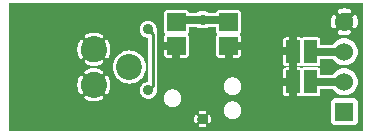
<source format=gbl>
G04 start of page 3 for group 1 idx 2 *
G04 Title: wearlink, bottom *
G04 Creator: pcb 1.99z *
G04 CreationDate: Sat Feb 23 13:18:20 2013 UTC *
G04 For: dijkstra *
G04 Format: Gerber/RS-274X *
G04 PCB-Dimensions (mil): 1326.38 433.46 *
G04 PCB-Coordinate-Origin: lower left *
%MOIN*%
%FSLAX25Y25*%
%LNBOTTOM*%
%ADD96C,0.0787*%
%ADD95C,0.0390*%
%ADD94C,0.0380*%
%ADD93C,0.0413*%
%ADD92C,0.0394*%
%ADD91C,0.0200*%
%ADD90C,0.0360*%
%ADD89R,0.0590X0.0590*%
%ADD88R,0.0460X0.0460*%
%ADD87C,0.0600*%
%ADD86C,0.0866*%
%ADD85C,0.0100*%
%ADD84C,0.0250*%
%ADD83C,0.0001*%
G54D83*G36*
X118406Y512D02*X115719D01*
Y2481D01*
X115789Y2510D01*
X115991Y2633D01*
X116170Y2786D01*
X116324Y2966D01*
X116447Y3167D01*
X116537Y3385D01*
X116592Y3615D01*
X116606Y3850D01*
X116592Y10086D01*
X116537Y10315D01*
X116447Y10533D01*
X116324Y10735D01*
X116170Y10914D01*
X115991Y11068D01*
X115789Y11191D01*
X115719Y11220D01*
Y14152D01*
X115758Y14197D01*
X116128Y14801D01*
X116399Y15456D01*
X116565Y16144D01*
X116606Y16850D01*
X116565Y17557D01*
X116399Y18245D01*
X116128Y18900D01*
X115758Y19504D01*
X115719Y19549D01*
Y24152D01*
X115758Y24197D01*
X116128Y24801D01*
X116399Y25456D01*
X116565Y26144D01*
X116606Y26850D01*
X116565Y27557D01*
X116399Y28245D01*
X116128Y28900D01*
X115758Y29504D01*
X115719Y29549D01*
Y34703D01*
X115762Y34710D01*
X115874Y34748D01*
X115979Y34802D01*
X116074Y34872D01*
X116157Y34956D01*
X116226Y35052D01*
X116276Y35159D01*
X116425Y35566D01*
X116528Y35988D01*
X116591Y36417D01*
X116612Y36850D01*
X116591Y37284D01*
X116528Y37713D01*
X116425Y38135D01*
X116281Y38544D01*
X116229Y38650D01*
X116160Y38747D01*
X116076Y38831D01*
X115981Y38902D01*
X115876Y38956D01*
X115763Y38994D01*
X115719Y39001D01*
Y43031D01*
X118406D01*
Y512D01*
G37*
G36*
X115719Y29549D02*X115298Y30042D01*
X114759Y30502D01*
X114156Y30872D01*
X113501Y31143D01*
X112812Y31309D01*
X112106Y31364D01*
Y32345D01*
X112540Y32366D01*
X112969Y32429D01*
X113390Y32532D01*
X113800Y32676D01*
X113906Y32728D01*
X114003Y32797D01*
X114087Y32880D01*
X114158Y32976D01*
X114212Y33081D01*
X114250Y33194D01*
X114269Y33311D01*
X114270Y33429D01*
X114252Y33547D01*
X114216Y33660D01*
X114163Y33766D01*
X114094Y33862D01*
X114011Y33947D01*
X113916Y34017D01*
X113810Y34072D01*
X113698Y34109D01*
X113581Y34128D01*
X113462Y34129D01*
X113345Y34112D01*
X113233Y34074D01*
X112961Y33975D01*
X112681Y33906D01*
X112395Y33864D01*
X112106Y33850D01*
Y39850D01*
X112395Y39836D01*
X112681Y39795D01*
X112961Y39726D01*
X113234Y39630D01*
X113346Y39593D01*
X113462Y39575D01*
X113581Y39576D01*
X113697Y39595D01*
X113809Y39632D01*
X113914Y39687D01*
X114009Y39757D01*
X114092Y39841D01*
X114160Y39937D01*
X114213Y40043D01*
X114249Y40155D01*
X114266Y40272D01*
X114266Y40390D01*
X114246Y40506D01*
X114209Y40618D01*
X114155Y40723D01*
X114085Y40818D01*
X114000Y40901D01*
X113904Y40970D01*
X113798Y41020D01*
X113390Y41169D01*
X112969Y41272D01*
X112540Y41335D01*
X112106Y41356D01*
Y43031D01*
X115719D01*
Y39001D01*
X115646Y39013D01*
X115527Y39014D01*
X115410Y38996D01*
X115297Y38960D01*
X115191Y38907D01*
X115095Y38838D01*
X115010Y38755D01*
X114940Y38660D01*
X114885Y38554D01*
X114848Y38442D01*
X114828Y38325D01*
X114827Y38206D01*
X114845Y38089D01*
X114883Y37977D01*
X114982Y37706D01*
X115051Y37425D01*
X115092Y37139D01*
X115106Y36850D01*
X115092Y36562D01*
X115051Y36276D01*
X114982Y35995D01*
X114886Y35723D01*
X114848Y35611D01*
X114831Y35494D01*
X114832Y35376D01*
X114851Y35260D01*
X114888Y35148D01*
X114943Y35043D01*
X115013Y34948D01*
X115097Y34865D01*
X115193Y34796D01*
X115298Y34744D01*
X115411Y34708D01*
X115528Y34690D01*
X115646Y34691D01*
X115719Y34703D01*
Y29549D01*
G37*
G36*
Y19549D02*X115298Y20042D01*
X114759Y20502D01*
X114156Y20872D01*
X113501Y21143D01*
X112812Y21309D01*
X112106Y21364D01*
Y22337D01*
X112812Y22392D01*
X113501Y22557D01*
X114156Y22828D01*
X114759Y23199D01*
X115298Y23659D01*
X115719Y24152D01*
Y19549D01*
G37*
G36*
Y11220D02*X115571Y11281D01*
X115342Y11336D01*
X115106Y11350D01*
X112106Y11344D01*
Y12337D01*
X112812Y12392D01*
X113501Y12557D01*
X114156Y12828D01*
X114759Y13199D01*
X115298Y13659D01*
X115719Y14152D01*
Y11220D01*
G37*
G36*
Y512D02*X112106D01*
Y2357D01*
X115342Y2364D01*
X115571Y2419D01*
X115719Y2481D01*
Y512D01*
G37*
G36*
X112106Y31364D02*X111400Y31309D01*
X110711Y31143D01*
X110057Y30872D01*
X109453Y30502D01*
X108915Y30042D01*
X108493Y29549D01*
Y34700D01*
X108567Y34688D01*
X108685Y34687D01*
X108802Y34704D01*
X108915Y34740D01*
X109022Y34793D01*
X109118Y34862D01*
X109202Y34946D01*
X109273Y35041D01*
X109328Y35146D01*
X109365Y35259D01*
X109384Y35376D01*
X109385Y35494D01*
X109368Y35612D01*
X109330Y35724D01*
X109231Y35995D01*
X109162Y36276D01*
X109120Y36562D01*
X109106Y36850D01*
X109120Y37139D01*
X109162Y37425D01*
X109231Y37706D01*
X109326Y37978D01*
X109364Y38090D01*
X109382Y38207D01*
X109381Y38325D01*
X109362Y38441D01*
X109324Y38553D01*
X109270Y38658D01*
X109200Y38753D01*
X109116Y38836D01*
X109020Y38904D01*
X108914Y38957D01*
X108802Y38993D01*
X108685Y39011D01*
X108567Y39010D01*
X108493Y38997D01*
Y43031D01*
X112106D01*
Y41356D01*
X111673Y41335D01*
X111244Y41272D01*
X110822Y41169D01*
X110413Y41025D01*
X110306Y40973D01*
X110210Y40904D01*
X110125Y40820D01*
X110055Y40725D01*
X110000Y40620D01*
X109963Y40507D01*
X109944Y40390D01*
X109943Y40272D01*
X109960Y40154D01*
X109996Y40041D01*
X110049Y39935D01*
X110118Y39839D01*
X110202Y39754D01*
X110297Y39684D01*
X110402Y39629D01*
X110515Y39592D01*
X110632Y39572D01*
X110750Y39571D01*
X110868Y39589D01*
X110980Y39627D01*
X111251Y39726D01*
X111532Y39795D01*
X111818Y39836D01*
X112106Y39850D01*
Y33850D01*
X111818Y33864D01*
X111532Y33906D01*
X111251Y33975D01*
X110979Y34070D01*
X110867Y34108D01*
X110750Y34126D01*
X110632Y34125D01*
X110516Y34106D01*
X110404Y34068D01*
X110299Y34014D01*
X110204Y33944D01*
X110121Y33860D01*
X110052Y33764D01*
X109999Y33658D01*
X109964Y33546D01*
X109946Y33429D01*
X109947Y33311D01*
X109966Y33195D01*
X110004Y33082D01*
X110058Y32978D01*
X110128Y32883D01*
X110212Y32800D01*
X110308Y32731D01*
X110415Y32680D01*
X110822Y32532D01*
X111244Y32429D01*
X111673Y32366D01*
X112106Y32345D01*
Y31364D01*
G37*
G36*
X108493Y29549D02*X108454Y29504D01*
X108207Y29100D01*
X104126D01*
X104124Y30807D01*
X104099Y30910D01*
Y43031D01*
X108493D01*
Y38997D01*
X108450Y38990D01*
X108338Y38953D01*
X108234Y38899D01*
X108139Y38829D01*
X108056Y38745D01*
X107987Y38649D01*
X107936Y38542D01*
X107788Y38135D01*
X107684Y37713D01*
X107622Y37284D01*
X107601Y36850D01*
X107622Y36417D01*
X107684Y35988D01*
X107788Y35566D01*
X107932Y35157D01*
X107984Y35050D01*
X108053Y34954D01*
X108136Y34870D01*
X108232Y34799D01*
X108337Y34745D01*
X108450Y34707D01*
X108493Y34700D01*
Y29549D01*
G37*
G36*
X112106Y21364D02*X111400Y21309D01*
X110711Y21143D01*
X110057Y20872D01*
X109453Y20502D01*
X108915Y20042D01*
X108454Y19504D01*
X108207Y19100D01*
X104126D01*
X104124Y20807D01*
X104099Y20910D01*
Y22791D01*
X104124Y22893D01*
X104133Y23050D01*
X104131Y24600D01*
X108207D01*
X108454Y24197D01*
X108915Y23659D01*
X109453Y23199D01*
X110057Y22828D01*
X110711Y22557D01*
X111400Y22392D01*
X112106Y22337D01*
Y21364D01*
G37*
G36*
Y512D02*X104099D01*
Y12791D01*
X104124Y12893D01*
X104133Y13050D01*
X104131Y14600D01*
X108207D01*
X108454Y14197D01*
X108915Y13659D01*
X109453Y13199D01*
X110057Y12828D01*
X110711Y12557D01*
X111400Y12392D01*
X112106Y12337D01*
Y11344D01*
X108871Y11336D01*
X108641Y11281D01*
X108423Y11191D01*
X108222Y11068D01*
X108042Y10914D01*
X107889Y10735D01*
X107766Y10533D01*
X107675Y10315D01*
X107620Y10086D01*
X107606Y9850D01*
X107620Y3615D01*
X107675Y3385D01*
X107766Y3167D01*
X107889Y2966D01*
X108042Y2786D01*
X108222Y2633D01*
X108423Y2510D01*
X108641Y2419D01*
X108871Y2364D01*
X109106Y2350D01*
X112106Y2357D01*
Y512D01*
G37*
G36*
X118406Y43031D02*Y512D01*
X115719D01*
Y2481D01*
X115789Y2510D01*
X115991Y2633D01*
X116170Y2786D01*
X116324Y2966D01*
X116447Y3167D01*
X116537Y3385D01*
X116592Y3615D01*
X116606Y3850D01*
X116592Y10086D01*
X116537Y10315D01*
X116447Y10533D01*
X116324Y10735D01*
X116170Y10914D01*
X115991Y11068D01*
X115789Y11191D01*
X115719Y11220D01*
Y14152D01*
X115758Y14197D01*
X116128Y14801D01*
X116399Y15456D01*
X116565Y16144D01*
X116606Y16850D01*
X116565Y17557D01*
X116399Y18245D01*
X116128Y18900D01*
X115758Y19504D01*
X115719Y19549D01*
Y24152D01*
X115758Y24197D01*
X116128Y24801D01*
X116399Y25456D01*
X116565Y26144D01*
X116606Y26850D01*
X116565Y27557D01*
X116399Y28245D01*
X116128Y28900D01*
X115758Y29504D01*
X115719Y29549D01*
Y34703D01*
X115762Y34710D01*
X115874Y34748D01*
X115979Y34802D01*
X116074Y34872D01*
X116157Y34956D01*
X116226Y35052D01*
X116276Y35159D01*
X116425Y35566D01*
X116528Y35988D01*
X116591Y36417D01*
X116612Y36850D01*
X116591Y37284D01*
X116528Y37713D01*
X116425Y38135D01*
X116281Y38544D01*
X116229Y38650D01*
X116160Y38747D01*
X116076Y38831D01*
X115981Y38902D01*
X115876Y38956D01*
X115763Y38994D01*
X115719Y39001D01*
Y43031D01*
X118406D01*
G37*
G36*
X115719Y29549D02*X115298Y30042D01*
X114759Y30502D01*
X114156Y30872D01*
X113501Y31143D01*
X112812Y31309D01*
X112106Y31364D01*
Y32345D01*
X112540Y32366D01*
X112969Y32429D01*
X113390Y32532D01*
X113800Y32676D01*
X113906Y32728D01*
X114003Y32797D01*
X114087Y32880D01*
X114158Y32976D01*
X114212Y33081D01*
X114250Y33194D01*
X114269Y33311D01*
X114270Y33429D01*
X114252Y33547D01*
X114216Y33660D01*
X114163Y33766D01*
X114094Y33862D01*
X114011Y33947D01*
X113916Y34017D01*
X113810Y34072D01*
X113698Y34109D01*
X113581Y34128D01*
X113462Y34129D01*
X113345Y34112D01*
X113233Y34074D01*
X112961Y33975D01*
X112681Y33906D01*
X112395Y33864D01*
X112106Y33850D01*
Y39850D01*
X112395Y39836D01*
X112681Y39795D01*
X112961Y39726D01*
X113234Y39630D01*
X113346Y39593D01*
X113462Y39575D01*
X113581Y39576D01*
X113697Y39595D01*
X113809Y39632D01*
X113914Y39687D01*
X114009Y39757D01*
X114092Y39841D01*
X114160Y39937D01*
X114213Y40043D01*
X114249Y40155D01*
X114266Y40272D01*
X114266Y40390D01*
X114246Y40506D01*
X114209Y40618D01*
X114155Y40723D01*
X114085Y40818D01*
X114000Y40901D01*
X113904Y40970D01*
X113798Y41020D01*
X113390Y41169D01*
X112969Y41272D01*
X112540Y41335D01*
X112106Y41356D01*
Y43031D01*
X115719D01*
Y39001D01*
X115646Y39013D01*
X115527Y39014D01*
X115410Y38996D01*
X115297Y38960D01*
X115191Y38907D01*
X115095Y38838D01*
X115010Y38755D01*
X114940Y38660D01*
X114885Y38554D01*
X114848Y38442D01*
X114828Y38325D01*
X114827Y38206D01*
X114845Y38089D01*
X114883Y37977D01*
X114982Y37706D01*
X115051Y37425D01*
X115092Y37139D01*
X115106Y36850D01*
X115092Y36562D01*
X115051Y36276D01*
X114982Y35995D01*
X114886Y35723D01*
X114848Y35611D01*
X114831Y35494D01*
X114832Y35376D01*
X114851Y35260D01*
X114888Y35148D01*
X114943Y35043D01*
X115013Y34948D01*
X115097Y34865D01*
X115193Y34796D01*
X115298Y34744D01*
X115411Y34708D01*
X115528Y34690D01*
X115646Y34691D01*
X115719Y34703D01*
Y29549D01*
G37*
G36*
Y19549D02*X115298Y20042D01*
X114759Y20502D01*
X114156Y20872D01*
X113501Y21143D01*
X112812Y21309D01*
X112106Y21364D01*
Y22337D01*
X112812Y22392D01*
X113501Y22557D01*
X114156Y22828D01*
X114759Y23199D01*
X115298Y23659D01*
X115719Y24152D01*
Y19549D01*
G37*
G36*
Y11220D02*X115571Y11281D01*
X115342Y11336D01*
X115106Y11350D01*
X112106Y11344D01*
Y12337D01*
X112812Y12392D01*
X113501Y12557D01*
X114156Y12828D01*
X114759Y13199D01*
X115298Y13659D01*
X115719Y14152D01*
Y11220D01*
G37*
G36*
Y512D02*X112106D01*
Y2357D01*
X115342Y2364D01*
X115571Y2419D01*
X115719Y2481D01*
Y512D01*
G37*
G36*
X112106Y31364D02*X111400Y31309D01*
X110711Y31143D01*
X110057Y30872D01*
X109453Y30502D01*
X108915Y30042D01*
X108493Y29549D01*
Y34700D01*
X108567Y34688D01*
X108685Y34687D01*
X108802Y34704D01*
X108915Y34740D01*
X109022Y34793D01*
X109118Y34862D01*
X109202Y34946D01*
X109273Y35041D01*
X109328Y35146D01*
X109365Y35259D01*
X109384Y35376D01*
X109385Y35494D01*
X109368Y35612D01*
X109330Y35724D01*
X109231Y35995D01*
X109162Y36276D01*
X109120Y36562D01*
X109106Y36850D01*
X109120Y37139D01*
X109162Y37425D01*
X109231Y37706D01*
X109326Y37978D01*
X109364Y38090D01*
X109382Y38207D01*
X109381Y38325D01*
X109362Y38441D01*
X109324Y38553D01*
X109270Y38658D01*
X109200Y38753D01*
X109116Y38836D01*
X109020Y38904D01*
X108914Y38957D01*
X108802Y38993D01*
X108685Y39011D01*
X108567Y39010D01*
X108493Y38997D01*
Y43031D01*
X112106D01*
Y41356D01*
X111673Y41335D01*
X111244Y41272D01*
X110822Y41169D01*
X110413Y41025D01*
X110306Y40973D01*
X110210Y40904D01*
X110125Y40820D01*
X110055Y40725D01*
X110000Y40620D01*
X109963Y40507D01*
X109944Y40390D01*
X109943Y40272D01*
X109960Y40154D01*
X109996Y40041D01*
X110049Y39935D01*
X110118Y39839D01*
X110202Y39754D01*
X110297Y39684D01*
X110402Y39629D01*
X110515Y39592D01*
X110632Y39572D01*
X110750Y39571D01*
X110868Y39589D01*
X110980Y39627D01*
X111251Y39726D01*
X111532Y39795D01*
X111818Y39836D01*
X112106Y39850D01*
Y33850D01*
X111818Y33864D01*
X111532Y33906D01*
X111251Y33975D01*
X110979Y34070D01*
X110867Y34108D01*
X110750Y34126D01*
X110632Y34125D01*
X110516Y34106D01*
X110404Y34068D01*
X110299Y34014D01*
X110204Y33944D01*
X110121Y33860D01*
X110052Y33764D01*
X109999Y33658D01*
X109964Y33546D01*
X109946Y33429D01*
X109947Y33311D01*
X109966Y33195D01*
X110004Y33082D01*
X110058Y32978D01*
X110128Y32883D01*
X110212Y32800D01*
X110308Y32731D01*
X110415Y32680D01*
X110822Y32532D01*
X111244Y32429D01*
X111673Y32366D01*
X112106Y32345D01*
Y31364D01*
G37*
G36*
X108493Y29549D02*X108454Y29504D01*
X108207Y29100D01*
X104170D01*
Y43031D01*
X108493D01*
Y38997D01*
X108450Y38990D01*
X108338Y38953D01*
X108234Y38899D01*
X108139Y38829D01*
X108056Y38745D01*
X107987Y38649D01*
X107936Y38542D01*
X107788Y38135D01*
X107684Y37713D01*
X107622Y37284D01*
X107601Y36850D01*
X107622Y36417D01*
X107684Y35988D01*
X107788Y35566D01*
X107932Y35157D01*
X107984Y35050D01*
X108053Y34954D01*
X108136Y34870D01*
X108232Y34799D01*
X108337Y34745D01*
X108450Y34707D01*
X108493Y34700D01*
Y29549D01*
G37*
G36*
X112106Y21364D02*X111400Y21309D01*
X110711Y21143D01*
X110057Y20872D01*
X109453Y20502D01*
X108915Y20042D01*
X108454Y19504D01*
X108207Y19100D01*
X104170D01*
Y24600D01*
X108207D01*
X108454Y24197D01*
X108915Y23659D01*
X109453Y23199D01*
X110057Y22828D01*
X110711Y22557D01*
X111400Y22392D01*
X112106Y22337D01*
Y21364D01*
G37*
G36*
Y512D02*X104170D01*
Y14600D01*
X108207D01*
X108454Y14197D01*
X108915Y13659D01*
X109453Y13199D01*
X110057Y12828D01*
X110711Y12557D01*
X111400Y12392D01*
X112106Y12337D01*
Y11344D01*
X108871Y11336D01*
X108641Y11281D01*
X108423Y11191D01*
X108222Y11068D01*
X108042Y10914D01*
X107889Y10735D01*
X107766Y10533D01*
X107675Y10315D01*
X107620Y10086D01*
X107606Y9850D01*
X107620Y3615D01*
X107675Y3385D01*
X107766Y3167D01*
X107889Y2966D01*
X108042Y2786D01*
X108222Y2633D01*
X108423Y2510D01*
X108641Y2419D01*
X108871Y2364D01*
X109106Y2350D01*
X112106Y2357D01*
Y512D01*
G37*
G36*
X104170D02*X74858D01*
Y4439D01*
X74862Y4439D01*
X75325Y4475D01*
X75777Y4583D01*
X76206Y4761D01*
X76602Y5004D01*
X76955Y5305D01*
X77256Y5658D01*
X77499Y6054D01*
X77676Y6483D01*
X77785Y6935D01*
X77812Y7398D01*
X77785Y7861D01*
X77676Y8312D01*
X77499Y8741D01*
X77256Y9137D01*
X76955Y9490D01*
X76602Y9792D01*
X76206Y10034D01*
X75777Y10212D01*
X75325Y10320D01*
X74862Y10357D01*
X74858Y10356D01*
Y12439D01*
X74862Y12439D01*
X75325Y12475D01*
X75777Y12583D01*
X76206Y12761D01*
X76602Y13004D01*
X76955Y13305D01*
X77256Y13658D01*
X77499Y14054D01*
X77676Y14483D01*
X77785Y14935D01*
X77812Y15398D01*
X77785Y15861D01*
X77676Y16312D01*
X77499Y16741D01*
X77256Y17137D01*
X76955Y17490D01*
X76602Y17792D01*
X76206Y18034D01*
X75777Y18212D01*
X75325Y18320D01*
X74862Y18357D01*
X74858Y18356D01*
Y24912D01*
X76830Y24915D01*
X76983Y24952D01*
X77129Y25012D01*
X77263Y25094D01*
X77382Y25196D01*
X77485Y25316D01*
X77567Y25450D01*
X77627Y25596D01*
X77664Y25749D01*
X77673Y25906D01*
X77664Y31968D01*
X77627Y32121D01*
X77567Y32266D01*
X77485Y32400D01*
X77382Y32520D01*
X77263Y32622D01*
X77129Y32705D01*
X76983Y32765D01*
X76856Y32795D01*
X76983Y32826D01*
X77129Y32886D01*
X77263Y32968D01*
X77382Y33070D01*
X77485Y33190D01*
X77567Y33324D01*
X77627Y33470D01*
X77664Y33623D01*
X77673Y33780D01*
X77664Y39842D01*
X77627Y39995D01*
X77567Y40140D01*
X77485Y40274D01*
X77382Y40394D01*
X77263Y40496D01*
X77129Y40579D01*
X76983Y40639D01*
X76830Y40676D01*
X76673Y40685D01*
X74858Y40682D01*
Y43031D01*
X104170D01*
Y29100D01*
X104126D01*
X104124Y30807D01*
X104087Y30960D01*
X104027Y31106D01*
X103945Y31240D01*
X103842Y31360D01*
X103723Y31462D01*
X103588Y31544D01*
X103443Y31604D01*
X103290Y31641D01*
X103133Y31650D01*
X98376Y31641D01*
X98223Y31604D01*
X98078Y31544D01*
X97943Y31462D01*
X97933Y31453D01*
X97923Y31462D01*
X97788Y31544D01*
X97643Y31604D01*
X97490Y31641D01*
X97333Y31650D01*
X92576Y31641D01*
X92423Y31604D01*
X92278Y31544D01*
X92143Y31462D01*
X92024Y31360D01*
X91922Y31240D01*
X91839Y31106D01*
X91779Y30960D01*
X91742Y30807D01*
X91733Y30650D01*
X91742Y22893D01*
X91779Y22740D01*
X91839Y22595D01*
X91922Y22461D01*
X92024Y22341D01*
X92143Y22239D01*
X92278Y22157D01*
X92423Y22096D01*
X92576Y22060D01*
X92733Y22050D01*
X97490Y22060D01*
X97643Y22096D01*
X97788Y22157D01*
X97923Y22239D01*
X97933Y22248D01*
X97943Y22239D01*
X98078Y22157D01*
X98223Y22096D01*
X98376Y22060D01*
X98533Y22050D01*
X103290Y22060D01*
X103443Y22096D01*
X103588Y22157D01*
X103723Y22239D01*
X103842Y22341D01*
X103945Y22461D01*
X104027Y22595D01*
X104087Y22740D01*
X104124Y22893D01*
X104133Y23050D01*
X104131Y24600D01*
X104170D01*
Y19100D01*
X104126D01*
X104124Y20807D01*
X104087Y20960D01*
X104027Y21106D01*
X103945Y21240D01*
X103842Y21360D01*
X103723Y21462D01*
X103588Y21544D01*
X103443Y21604D01*
X103290Y21641D01*
X103133Y21650D01*
X98376Y21641D01*
X98223Y21604D01*
X98078Y21544D01*
X97943Y21462D01*
X97933Y21453D01*
X97923Y21462D01*
X97788Y21544D01*
X97643Y21604D01*
X97490Y21641D01*
X97333Y21650D01*
X92576Y21641D01*
X92423Y21604D01*
X92278Y21544D01*
X92143Y21462D01*
X92024Y21360D01*
X91922Y21240D01*
X91839Y21106D01*
X91779Y20960D01*
X91742Y20807D01*
X91733Y20650D01*
X91742Y12893D01*
X91779Y12740D01*
X91839Y12595D01*
X91922Y12461D01*
X92024Y12341D01*
X92143Y12239D01*
X92278Y12157D01*
X92423Y12096D01*
X92576Y12060D01*
X92733Y12050D01*
X97490Y12060D01*
X97643Y12096D01*
X97788Y12157D01*
X97923Y12239D01*
X97933Y12248D01*
X97943Y12239D01*
X98078Y12157D01*
X98223Y12096D01*
X98376Y12060D01*
X98533Y12050D01*
X103290Y12060D01*
X103443Y12096D01*
X103588Y12157D01*
X103723Y12239D01*
X103842Y12341D01*
X103945Y12461D01*
X104027Y12595D01*
X104087Y12740D01*
X104124Y12893D01*
X104133Y13050D01*
X104131Y14600D01*
X104170D01*
Y512D01*
G37*
G36*
X74858Y40682D02*X70217Y40676D01*
X70064Y40639D01*
X69919Y40579D01*
X69785Y40496D01*
X69665Y40394D01*
X69563Y40274D01*
X69480Y40140D01*
X69420Y39995D01*
X69383Y39842D01*
X69379Y39770D01*
X67092D01*
Y43031D01*
X74858D01*
Y40682D01*
G37*
G36*
Y512D02*X67092D01*
Y3163D01*
X67160Y3177D01*
X67234Y3204D01*
X67302Y3243D01*
X67364Y3291D01*
X67417Y3349D01*
X67461Y3415D01*
X67492Y3487D01*
X67569Y3720D01*
X67622Y3960D01*
X67654Y4203D01*
X67665Y4449D01*
X67654Y4694D01*
X67622Y4938D01*
X67569Y5177D01*
X67494Y5411D01*
X67462Y5483D01*
X67418Y5549D01*
X67365Y5607D01*
X67303Y5656D01*
X67234Y5695D01*
X67160Y5723D01*
X67092Y5737D01*
Y30307D01*
X67134Y30357D01*
X67365Y30733D01*
X67533Y31140D01*
X67636Y31569D01*
X67662Y32008D01*
X67636Y32447D01*
X67533Y32876D01*
X67365Y33283D01*
X67134Y33659D01*
X67092Y33708D01*
Y35270D01*
X69381D01*
X69383Y33623D01*
X69420Y33470D01*
X69480Y33324D01*
X69563Y33190D01*
X69665Y33070D01*
X69785Y32968D01*
X69919Y32886D01*
X70064Y32826D01*
X70191Y32795D01*
X70064Y32765D01*
X69919Y32705D01*
X69785Y32622D01*
X69665Y32520D01*
X69563Y32400D01*
X69480Y32266D01*
X69420Y32121D01*
X69383Y31968D01*
X69374Y31811D01*
X69383Y25749D01*
X69420Y25596D01*
X69480Y25450D01*
X69563Y25316D01*
X69665Y25196D01*
X69785Y25094D01*
X69919Y25012D01*
X70064Y24952D01*
X70217Y24915D01*
X70374Y24906D01*
X74858Y24912D01*
Y18356D01*
X74399Y18320D01*
X73948Y18212D01*
X73519Y18034D01*
X73123Y17792D01*
X72770Y17490D01*
X72468Y17137D01*
X72226Y16741D01*
X72048Y16312D01*
X71940Y15861D01*
X71903Y15398D01*
X71940Y14935D01*
X72048Y14483D01*
X72226Y14054D01*
X72468Y13658D01*
X72770Y13305D01*
X73123Y13004D01*
X73519Y12761D01*
X73948Y12583D01*
X74399Y12475D01*
X74858Y12439D01*
Y10356D01*
X74399Y10320D01*
X73948Y10212D01*
X73519Y10034D01*
X73123Y9792D01*
X72770Y9490D01*
X72468Y9137D01*
X72226Y8741D01*
X72048Y8312D01*
X71940Y7861D01*
X71903Y7398D01*
X71940Y6935D01*
X72048Y6483D01*
X72226Y6054D01*
X72468Y5658D01*
X72770Y5305D01*
X73123Y5004D01*
X73519Y4761D01*
X73948Y4583D01*
X74399Y4475D01*
X74858Y4439D01*
Y512D01*
G37*
G36*
X67092Y39770D02*X66842D01*
X66629Y39952D01*
X66227Y40198D01*
X65791Y40379D01*
X65332Y40489D01*
X64862Y40526D01*
Y43031D01*
X67092D01*
Y39770D01*
G37*
G36*
Y33708D02*X66848Y33994D01*
X66513Y34280D01*
X66137Y34510D01*
X65781Y34658D01*
X65791Y34661D01*
X66227Y34841D01*
X66629Y35088D01*
X66842Y35270D01*
X67092D01*
Y33708D01*
G37*
G36*
Y512D02*X64862D01*
Y1646D01*
X65108Y1657D01*
X65351Y1689D01*
X65591Y1742D01*
X65825Y1817D01*
X65897Y1849D01*
X65963Y1893D01*
X66021Y1946D01*
X66070Y2008D01*
X66109Y2077D01*
X66136Y2151D01*
X66152Y2228D01*
X66155Y2307D01*
X66146Y2386D01*
X66125Y2462D01*
X66092Y2533D01*
X66048Y2599D01*
X65995Y2657D01*
X65933Y2706D01*
X65864Y2745D01*
X65790Y2773D01*
X65713Y2788D01*
X65634Y2792D01*
X65555Y2783D01*
X65480Y2760D01*
X65330Y2711D01*
X65176Y2676D01*
X65020Y2656D01*
X64862Y2649D01*
Y6249D01*
X65020Y6242D01*
X65176Y6221D01*
X65330Y6187D01*
X65480Y6139D01*
X65556Y6117D01*
X65634Y6108D01*
X65713Y6111D01*
X65790Y6127D01*
X65863Y6154D01*
X65932Y6193D01*
X65994Y6242D01*
X66047Y6300D01*
X66090Y6365D01*
X66123Y6437D01*
X66144Y6512D01*
X66153Y6591D01*
X66150Y6669D01*
X66135Y6746D01*
X66107Y6820D01*
X66068Y6889D01*
X66020Y6950D01*
X65962Y7004D01*
X65896Y7047D01*
X65824Y7078D01*
X65591Y7155D01*
X65351Y7209D01*
X65108Y7241D01*
X64862Y7252D01*
Y29199D01*
X65302Y29234D01*
X65730Y29337D01*
X66137Y29505D01*
X66513Y29736D01*
X66848Y30022D01*
X67092Y30307D01*
Y5737D01*
X67083Y5738D01*
X67004Y5742D01*
X66925Y5733D01*
X66849Y5711D01*
X66778Y5679D01*
X66712Y5635D01*
X66654Y5581D01*
X66605Y5520D01*
X66566Y5451D01*
X66538Y5377D01*
X66523Y5299D01*
X66519Y5220D01*
X66528Y5142D01*
X66551Y5066D01*
X66600Y4917D01*
X66635Y4763D01*
X66655Y4606D01*
X66662Y4449D01*
X66655Y4291D01*
X66635Y4135D01*
X66600Y3981D01*
X66553Y3831D01*
X66530Y3755D01*
X66521Y3677D01*
X66524Y3598D01*
X66540Y3521D01*
X66567Y3448D01*
X66606Y3379D01*
X66655Y3317D01*
X66713Y3264D01*
X66778Y3221D01*
X66850Y3188D01*
X66926Y3167D01*
X67004Y3158D01*
X67083Y3161D01*
X67092Y3163D01*
Y512D01*
G37*
G36*
X62632Y35270D02*X62882D01*
X63095Y35088D01*
X63497Y34841D01*
X63933Y34661D01*
X63944Y34658D01*
X63587Y34510D01*
X63211Y34280D01*
X62876Y33994D01*
X62632Y33708D01*
Y35270D01*
G37*
G36*
Y43031D02*X64862D01*
Y40526D01*
X64392Y40489D01*
X63933Y40379D01*
X63497Y40198D01*
X63095Y39952D01*
X62882Y39770D01*
X62632D01*
Y43031D01*
G37*
G36*
X64862Y512D02*X62632D01*
Y3161D01*
X62642Y3159D01*
X62720Y3156D01*
X62799Y3165D01*
X62875Y3186D01*
X62947Y3219D01*
X63013Y3263D01*
X63071Y3316D01*
X63120Y3378D01*
X63159Y3447D01*
X63186Y3521D01*
X63202Y3598D01*
X63205Y3677D01*
X63196Y3756D01*
X63173Y3831D01*
X63124Y3981D01*
X63090Y4135D01*
X63069Y4291D01*
X63062Y4449D01*
X63069Y4606D01*
X63090Y4763D01*
X63124Y4917D01*
X63172Y5067D01*
X63194Y5142D01*
X63203Y5221D01*
X63200Y5299D01*
X63184Y5376D01*
X63157Y5450D01*
X63118Y5519D01*
X63069Y5580D01*
X63012Y5634D01*
X62946Y5677D01*
X62874Y5710D01*
X62799Y5731D01*
X62720Y5740D01*
X62642Y5737D01*
X62632Y5735D01*
Y30307D01*
X62876Y30022D01*
X63211Y29736D01*
X63587Y29505D01*
X63994Y29337D01*
X64423Y29234D01*
X64862Y29199D01*
Y7252D01*
X64862D01*
X64617Y7241D01*
X64373Y7209D01*
X64134Y7155D01*
X63900Y7081D01*
X63828Y7049D01*
X63762Y7005D01*
X63704Y6952D01*
X63655Y6890D01*
X63616Y6821D01*
X63588Y6747D01*
X63573Y6669D01*
X63569Y6591D01*
X63578Y6512D01*
X63600Y6436D01*
X63632Y6364D01*
X63676Y6298D01*
X63730Y6240D01*
X63791Y6191D01*
X63860Y6152D01*
X63934Y6125D01*
X64012Y6109D01*
X64091Y6106D01*
X64169Y6115D01*
X64245Y6138D01*
X64394Y6187D01*
X64548Y6221D01*
X64705Y6242D01*
X64862Y6249D01*
Y2649D01*
X64705Y2656D01*
X64548Y2676D01*
X64394Y2711D01*
X64244Y2758D01*
X64169Y2781D01*
X64090Y2790D01*
X64012Y2787D01*
X63935Y2771D01*
X63861Y2744D01*
X63792Y2705D01*
X63731Y2656D01*
X63677Y2598D01*
X63634Y2533D01*
X63601Y2461D01*
X63580Y2385D01*
X63571Y2307D01*
X63574Y2228D01*
X63590Y2151D01*
X63617Y2077D01*
X63656Y2009D01*
X63705Y1947D01*
X63763Y1894D01*
X63828Y1850D01*
X63900Y1819D01*
X64134Y1742D01*
X64373Y1689D01*
X64617Y1657D01*
X64862Y1646D01*
Y512D01*
G37*
G36*
X54858Y43031D02*X62632D01*
Y39770D01*
X60341D01*
X60341Y39842D01*
X60304Y39995D01*
X60244Y40140D01*
X60162Y40274D01*
X60060Y40394D01*
X59940Y40496D01*
X59806Y40579D01*
X59660Y40639D01*
X59507Y40676D01*
X59350Y40685D01*
X54858Y40678D01*
Y43031D01*
G37*
G36*
X62632Y512D02*X54858D01*
Y8439D01*
X54862Y8439D01*
X55325Y8475D01*
X55777Y8583D01*
X56206Y8761D01*
X56602Y9004D01*
X56955Y9305D01*
X57256Y9658D01*
X57499Y10054D01*
X57676Y10483D01*
X57785Y10935D01*
X57812Y11398D01*
X57785Y11861D01*
X57676Y12312D01*
X57499Y12741D01*
X57256Y13137D01*
X56955Y13490D01*
X56602Y13792D01*
X56206Y14034D01*
X55777Y14212D01*
X55325Y14320D01*
X54862Y14357D01*
X54858Y14356D01*
Y24908D01*
X59507Y24915D01*
X59660Y24952D01*
X59806Y25012D01*
X59940Y25094D01*
X60060Y25196D01*
X60162Y25316D01*
X60244Y25450D01*
X60304Y25596D01*
X60341Y25749D01*
X60350Y25906D01*
X60341Y31968D01*
X60304Y32121D01*
X60244Y32266D01*
X60162Y32400D01*
X60060Y32520D01*
X59940Y32622D01*
X59806Y32705D01*
X59660Y32765D01*
X59533Y32795D01*
X59660Y32826D01*
X59806Y32886D01*
X59940Y32968D01*
X60060Y33070D01*
X60162Y33190D01*
X60244Y33324D01*
X60304Y33470D01*
X60341Y33623D01*
X60350Y33780D01*
X60348Y35270D01*
X62632D01*
Y33708D01*
X62590Y33659D01*
X62360Y33283D01*
X62191Y32876D01*
X62088Y32447D01*
X62054Y32008D01*
X62088Y31569D01*
X62191Y31140D01*
X62360Y30733D01*
X62590Y30357D01*
X62632Y30307D01*
Y5735D01*
X62565Y5721D01*
X62491Y5694D01*
X62422Y5655D01*
X62361Y5606D01*
X62307Y5548D01*
X62264Y5483D01*
X62233Y5411D01*
X62156Y5177D01*
X62102Y4938D01*
X62070Y4694D01*
X62060Y4449D01*
X62070Y4203D01*
X62102Y3960D01*
X62156Y3720D01*
X62230Y3486D01*
X62262Y3414D01*
X62306Y3348D01*
X62359Y3290D01*
X62421Y3241D01*
X62490Y3202D01*
X62564Y3175D01*
X62632Y3161D01*
Y512D01*
G37*
G36*
X54858D02*X46872D01*
Y11229D01*
X47235Y11257D01*
X47663Y11360D01*
X48070Y11529D01*
X48446Y11759D01*
X48781Y12045D01*
X49068Y12381D01*
X49298Y12756D01*
X49466Y13164D01*
X49569Y13592D01*
X49595Y14031D01*
X49569Y14471D01*
X49523Y14664D01*
X49636Y14848D01*
X49726Y15067D01*
X49781Y15296D01*
X49800Y15531D01*
X49795Y15590D01*
Y32768D01*
X49800Y32827D01*
X49781Y33062D01*
X49726Y33292D01*
X49636Y33510D01*
X49513Y33711D01*
X49482Y33747D01*
X49526Y33931D01*
X49552Y34370D01*
X49526Y34809D01*
X49423Y35238D01*
X49254Y35645D01*
X49024Y36021D01*
X48738Y36356D01*
X48403Y36642D01*
X48027Y36873D01*
X47620Y37041D01*
X47191Y37144D01*
X46872Y37169D01*
Y43031D01*
X54858D01*
Y40678D01*
X52894Y40676D01*
X52741Y40639D01*
X52596Y40579D01*
X52462Y40496D01*
X52342Y40394D01*
X52240Y40274D01*
X52158Y40140D01*
X52097Y39995D01*
X52061Y39842D01*
X52051Y39685D01*
X52061Y33623D01*
X52097Y33470D01*
X52158Y33324D01*
X52240Y33190D01*
X52342Y33070D01*
X52462Y32968D01*
X52596Y32886D01*
X52741Y32826D01*
X52868Y32795D01*
X52741Y32765D01*
X52596Y32705D01*
X52462Y32622D01*
X52342Y32520D01*
X52240Y32400D01*
X52158Y32266D01*
X52097Y32121D01*
X52061Y31968D01*
X52051Y31811D01*
X52061Y25749D01*
X52097Y25596D01*
X52158Y25450D01*
X52240Y25316D01*
X52342Y25196D01*
X52462Y25094D01*
X52596Y25012D01*
X52741Y24952D01*
X52894Y24915D01*
X53051Y24906D01*
X54858Y24908D01*
Y14356D01*
X54399Y14320D01*
X53948Y14212D01*
X53519Y14034D01*
X53123Y13792D01*
X52770Y13490D01*
X52468Y13137D01*
X52226Y12741D01*
X52048Y12312D01*
X51940Y11861D01*
X51903Y11398D01*
X51940Y10935D01*
X52048Y10483D01*
X52226Y10054D01*
X52468Y9658D01*
X52770Y9305D01*
X53123Y9004D01*
X53519Y8761D01*
X53948Y8583D01*
X54399Y8475D01*
X54858Y8439D01*
Y512D01*
G37*
G36*
X46872D02*X40444D01*
Y16244D01*
X40453Y16243D01*
X41318Y16311D01*
X42161Y16513D01*
X42963Y16845D01*
X43703Y17299D01*
X44362Y17862D01*
X44926Y18522D01*
X45379Y19262D01*
X45711Y20063D01*
X45913Y20907D01*
X45965Y21772D01*
X45913Y22637D01*
X45711Y23480D01*
X45379Y24282D01*
X44926Y25021D01*
X44362Y25681D01*
X43703Y26245D01*
X42963Y26698D01*
X42161Y27030D01*
X41318Y27232D01*
X40453Y27300D01*
X40444Y27300D01*
Y43031D01*
X46872D01*
Y37169D01*
X46752Y37179D01*
X46313Y37144D01*
X45884Y37041D01*
X45477Y36873D01*
X45101Y36642D01*
X44766Y36356D01*
X44480Y36021D01*
X44249Y35645D01*
X44081Y35238D01*
X43978Y34809D01*
X43943Y34370D01*
X43978Y33931D01*
X44081Y33502D01*
X44249Y33095D01*
X44480Y32719D01*
X44766Y32384D01*
X45101Y32098D01*
X45477Y31868D01*
X45884Y31699D01*
X46313Y31596D01*
X46752Y31561D01*
X46795Y31565D01*
Y16840D01*
X46356Y16806D01*
X45927Y16703D01*
X45520Y16534D01*
X45144Y16304D01*
X44809Y16018D01*
X44523Y15682D01*
X44293Y15307D01*
X44124Y14899D01*
X44021Y14471D01*
X43987Y14031D01*
X44021Y13592D01*
X44124Y13164D01*
X44293Y12756D01*
X44523Y12381D01*
X44809Y12045D01*
X45144Y11759D01*
X45520Y11529D01*
X45927Y11360D01*
X46356Y11257D01*
X46795Y11223D01*
X46872Y11229D01*
Y512D01*
G37*
G36*
X40444D02*X33207D01*
Y12843D01*
X33236Y12864D01*
X33301Y12930D01*
X33354Y13007D01*
X33599Y13444D01*
X33799Y13904D01*
X33955Y14380D01*
X34068Y14869D01*
X34136Y15365D01*
X34159Y15866D01*
X34136Y16367D01*
X34068Y16864D01*
X33955Y17352D01*
X33799Y17828D01*
X33599Y18288D01*
X33359Y18728D01*
X33305Y18805D01*
X33239Y18871D01*
X33207Y18895D01*
Y24654D01*
X33236Y24675D01*
X33301Y24741D01*
X33354Y24818D01*
X33599Y25255D01*
X33799Y25715D01*
X33955Y26191D01*
X34068Y26680D01*
X34136Y27176D01*
X34159Y27677D01*
X34136Y28178D01*
X34068Y28675D01*
X33955Y29163D01*
X33799Y29639D01*
X33599Y30099D01*
X33359Y30539D01*
X33305Y30616D01*
X33239Y30682D01*
X33207Y30706D01*
Y43031D01*
X40444D01*
Y27300D01*
X39588Y27232D01*
X38744Y27030D01*
X37943Y26698D01*
X37203Y26245D01*
X36543Y25681D01*
X35980Y25021D01*
X35527Y24282D01*
X35195Y23480D01*
X34992Y22637D01*
X34924Y21772D01*
X34992Y20907D01*
X35195Y20063D01*
X35527Y19262D01*
X35980Y18522D01*
X36543Y17862D01*
X37203Y17299D01*
X37943Y16845D01*
X38744Y16513D01*
X39588Y16311D01*
X40444Y16244D01*
Y512D01*
G37*
G36*
X33207D02*X28644D01*
Y10349D01*
X29143Y10371D01*
X29639Y10440D01*
X30128Y10553D01*
X30604Y10709D01*
X31064Y10909D01*
X31504Y11149D01*
X31580Y11203D01*
X31647Y11269D01*
X31702Y11345D01*
X31745Y11428D01*
X31774Y11517D01*
X31789Y11609D01*
X31790Y11703D01*
X31776Y11796D01*
X31747Y11885D01*
X31705Y11968D01*
X31650Y12044D01*
X31584Y12111D01*
X31509Y12166D01*
X31426Y12209D01*
X31337Y12239D01*
X31244Y12254D01*
X31150Y12254D01*
X31058Y12240D01*
X30969Y12211D01*
X30886Y12168D01*
X30543Y11975D01*
X30182Y11819D01*
X29808Y11695D01*
X29425Y11607D01*
X29035Y11553D01*
X28644Y11536D01*
Y20197D01*
X29035Y20179D01*
X29425Y20125D01*
X29808Y20037D01*
X30182Y19914D01*
X30543Y19757D01*
X30888Y19569D01*
X30970Y19525D01*
X31059Y19497D01*
X31151Y19483D01*
X31244Y19483D01*
X31335Y19498D01*
X31424Y19527D01*
X31506Y19570D01*
X31581Y19625D01*
X31647Y19691D01*
X31701Y19766D01*
X31743Y19849D01*
X31771Y19938D01*
X31785Y20030D01*
X31785Y20122D01*
X31770Y20214D01*
X31741Y20303D01*
X31698Y20385D01*
X31643Y20460D01*
X31577Y20526D01*
X31501Y20578D01*
X31064Y20824D01*
X30604Y21023D01*
X30128Y21180D01*
X29639Y21293D01*
X29143Y21361D01*
X28644Y21384D01*
Y22160D01*
X29143Y22182D01*
X29639Y22251D01*
X30128Y22364D01*
X30604Y22520D01*
X31064Y22720D01*
X31504Y22960D01*
X31580Y23014D01*
X31647Y23080D01*
X31702Y23156D01*
X31745Y23239D01*
X31774Y23328D01*
X31789Y23420D01*
X31790Y23514D01*
X31776Y23607D01*
X31747Y23696D01*
X31705Y23780D01*
X31650Y23856D01*
X31584Y23922D01*
X31509Y23977D01*
X31426Y24020D01*
X31337Y24050D01*
X31244Y24065D01*
X31150Y24065D01*
X31058Y24051D01*
X30969Y24022D01*
X30886Y23979D01*
X30543Y23786D01*
X30182Y23630D01*
X29808Y23506D01*
X29425Y23418D01*
X29035Y23364D01*
X28644Y23347D01*
Y32008D01*
X29035Y31990D01*
X29425Y31937D01*
X29808Y31848D01*
X30182Y31725D01*
X30543Y31568D01*
X30888Y31380D01*
X30970Y31336D01*
X31059Y31308D01*
X31151Y31294D01*
X31244Y31294D01*
X31335Y31309D01*
X31424Y31338D01*
X31506Y31381D01*
X31581Y31436D01*
X31647Y31502D01*
X31701Y31577D01*
X31743Y31660D01*
X31771Y31749D01*
X31785Y31841D01*
X31785Y31934D01*
X31770Y32025D01*
X31741Y32114D01*
X31698Y32196D01*
X31643Y32271D01*
X31577Y32337D01*
X31501Y32389D01*
X31064Y32635D01*
X30604Y32834D01*
X30128Y32991D01*
X29639Y33104D01*
X29143Y33172D01*
X28644Y33195D01*
Y43031D01*
X33207D01*
Y30706D01*
X33163Y30738D01*
X33080Y30781D01*
X32991Y30810D01*
X32898Y30825D01*
X32805Y30825D01*
X32712Y30811D01*
X32623Y30783D01*
X32539Y30740D01*
X32463Y30686D01*
X32397Y30620D01*
X32341Y30544D01*
X32299Y30461D01*
X32269Y30372D01*
X32254Y30280D01*
X32254Y30186D01*
X32268Y30093D01*
X32297Y30004D01*
X32340Y29921D01*
X32533Y29578D01*
X32689Y29217D01*
X32812Y28844D01*
X32901Y28460D01*
X32955Y28070D01*
X32972Y27677D01*
X32955Y27284D01*
X32901Y26894D01*
X32812Y26511D01*
X32689Y26137D01*
X32533Y25776D01*
X32344Y25431D01*
X32301Y25349D01*
X32272Y25260D01*
X32258Y25168D01*
X32259Y25075D01*
X32274Y24983D01*
X32303Y24895D01*
X32345Y24813D01*
X32400Y24738D01*
X32466Y24672D01*
X32542Y24618D01*
X32625Y24576D01*
X32713Y24548D01*
X32805Y24533D01*
X32898Y24534D01*
X32990Y24549D01*
X33078Y24578D01*
X33161Y24621D01*
X33207Y24654D01*
Y18895D01*
X33163Y18927D01*
X33080Y18970D01*
X32991Y18999D01*
X32898Y19014D01*
X32805Y19014D01*
X32712Y19000D01*
X32623Y18972D01*
X32539Y18929D01*
X32463Y18875D01*
X32397Y18809D01*
X32341Y18733D01*
X32299Y18650D01*
X32269Y18561D01*
X32254Y18469D01*
X32254Y18375D01*
X32268Y18282D01*
X32297Y18193D01*
X32340Y18110D01*
X32533Y17767D01*
X32689Y17406D01*
X32812Y17033D01*
X32901Y16649D01*
X32955Y16259D01*
X32972Y15866D01*
X32955Y15473D01*
X32901Y15083D01*
X32812Y14700D01*
X32689Y14326D01*
X32533Y13965D01*
X32344Y13620D01*
X32301Y13537D01*
X32272Y13449D01*
X32258Y13357D01*
X32259Y13264D01*
X32274Y13172D01*
X32303Y13084D01*
X32345Y13001D01*
X32400Y12927D01*
X32466Y12861D01*
X32542Y12807D01*
X32625Y12765D01*
X32713Y12737D01*
X32805Y12722D01*
X32898Y12723D01*
X32990Y12738D01*
X33078Y12767D01*
X33161Y12809D01*
X33207Y12843D01*
Y512D01*
G37*
G36*
X28644D02*X24077D01*
Y12837D01*
X24120Y12806D01*
X24204Y12763D01*
X24293Y12733D01*
X24385Y12718D01*
X24479Y12718D01*
X24571Y12732D01*
X24660Y12761D01*
X24744Y12803D01*
X24820Y12858D01*
X24887Y12924D01*
X24942Y12999D01*
X24985Y13082D01*
X25014Y13171D01*
X25029Y13264D01*
X25030Y13357D01*
X25015Y13450D01*
X24987Y13539D01*
X24943Y13622D01*
X24751Y13965D01*
X24594Y14326D01*
X24471Y14700D01*
X24382Y15083D01*
X24329Y15473D01*
X24311Y15866D01*
X24329Y16259D01*
X24382Y16649D01*
X24471Y17033D01*
X24594Y17406D01*
X24751Y17767D01*
X24939Y18113D01*
X24983Y18195D01*
X25011Y18283D01*
X25025Y18375D01*
X25025Y18468D01*
X25010Y18560D01*
X24981Y18648D01*
X24938Y18731D01*
X24883Y18806D01*
X24817Y18871D01*
X24742Y18926D01*
X24659Y18967D01*
X24570Y18996D01*
X24478Y19010D01*
X24385Y19009D01*
X24294Y18994D01*
X24205Y18965D01*
X24123Y18923D01*
X24077Y18889D01*
Y24649D01*
X24120Y24617D01*
X24204Y24574D01*
X24293Y24544D01*
X24385Y24529D01*
X24479Y24529D01*
X24571Y24543D01*
X24660Y24572D01*
X24744Y24614D01*
X24820Y24669D01*
X24887Y24735D01*
X24942Y24810D01*
X24985Y24893D01*
X25014Y24982D01*
X25029Y25075D01*
X25030Y25168D01*
X25015Y25261D01*
X24987Y25350D01*
X24943Y25433D01*
X24751Y25776D01*
X24594Y26137D01*
X24471Y26511D01*
X24382Y26894D01*
X24329Y27284D01*
X24311Y27677D01*
X24329Y28070D01*
X24382Y28460D01*
X24471Y28844D01*
X24594Y29217D01*
X24751Y29578D01*
X24939Y29924D01*
X24983Y30006D01*
X25011Y30094D01*
X25025Y30186D01*
X25025Y30279D01*
X25010Y30371D01*
X24981Y30459D01*
X24938Y30542D01*
X24883Y30617D01*
X24817Y30682D01*
X24742Y30737D01*
X24659Y30778D01*
X24570Y30807D01*
X24478Y30821D01*
X24385Y30820D01*
X24294Y30806D01*
X24205Y30776D01*
X24123Y30734D01*
X24077Y30700D01*
Y43031D01*
X28644D01*
Y33195D01*
X28642Y33195D01*
X28141Y33172D01*
X27644Y33104D01*
X27156Y32991D01*
X26679Y32834D01*
X26219Y32635D01*
X25779Y32394D01*
X25703Y32340D01*
X25637Y32274D01*
X25581Y32199D01*
X25538Y32115D01*
X25509Y32026D01*
X25494Y31934D01*
X25494Y31840D01*
X25508Y31748D01*
X25536Y31658D01*
X25579Y31575D01*
X25633Y31499D01*
X25699Y31432D01*
X25775Y31377D01*
X25858Y31334D01*
X25947Y31305D01*
X26039Y31290D01*
X26133Y31289D01*
X26226Y31303D01*
X26315Y31332D01*
X26397Y31376D01*
X26740Y31568D01*
X27102Y31725D01*
X27475Y31848D01*
X27859Y31937D01*
X28249Y31990D01*
X28642Y32008D01*
X28644Y32008D01*
Y23347D01*
X28642Y23346D01*
X28249Y23364D01*
X27859Y23418D01*
X27475Y23506D01*
X27102Y23630D01*
X26740Y23786D01*
X26395Y23975D01*
X26313Y24018D01*
X26225Y24046D01*
X26133Y24061D01*
X26040Y24060D01*
X25948Y24045D01*
X25860Y24016D01*
X25777Y23974D01*
X25702Y23919D01*
X25637Y23853D01*
X25582Y23777D01*
X25541Y23694D01*
X25512Y23606D01*
X25498Y23514D01*
X25498Y23421D01*
X25513Y23329D01*
X25543Y23241D01*
X25585Y23158D01*
X25640Y23083D01*
X25706Y23018D01*
X25782Y22965D01*
X26219Y22720D01*
X26679Y22520D01*
X27156Y22364D01*
X27644Y22251D01*
X28141Y22182D01*
X28642Y22160D01*
X28644Y22160D01*
Y21384D01*
X28642Y21384D01*
X28141Y21361D01*
X27644Y21293D01*
X27156Y21180D01*
X26679Y21023D01*
X26219Y20824D01*
X25779Y20583D01*
X25703Y20529D01*
X25637Y20463D01*
X25581Y20388D01*
X25538Y20304D01*
X25509Y20215D01*
X25494Y20123D01*
X25494Y20029D01*
X25508Y19937D01*
X25536Y19847D01*
X25579Y19764D01*
X25633Y19688D01*
X25699Y19621D01*
X25775Y19566D01*
X25858Y19523D01*
X25947Y19494D01*
X26039Y19479D01*
X26133Y19478D01*
X26226Y19492D01*
X26315Y19521D01*
X26397Y19565D01*
X26740Y19757D01*
X27102Y19914D01*
X27475Y20037D01*
X27859Y20125D01*
X28249Y20179D01*
X28642Y20197D01*
X28644Y20197D01*
Y11536D01*
X28642Y11535D01*
X28249Y11553D01*
X27859Y11607D01*
X27475Y11695D01*
X27102Y11819D01*
X26740Y11975D01*
X26395Y12164D01*
X26313Y12207D01*
X26225Y12235D01*
X26133Y12250D01*
X26040Y12249D01*
X25948Y12234D01*
X25860Y12205D01*
X25777Y12163D01*
X25702Y12108D01*
X25637Y12042D01*
X25582Y11966D01*
X25541Y11883D01*
X25512Y11795D01*
X25498Y11703D01*
X25498Y11610D01*
X25513Y11518D01*
X25543Y11430D01*
X25585Y11347D01*
X25640Y11272D01*
X25706Y11207D01*
X25782Y11154D01*
X26219Y10909D01*
X26679Y10709D01*
X27156Y10553D01*
X27644Y10440D01*
X28141Y10371D01*
X28642Y10349D01*
X28644Y10349D01*
Y512D01*
G37*
G36*
X24077D02*X295D01*
Y43031D01*
X24077D01*
Y30700D01*
X24048Y30679D01*
X23982Y30613D01*
X23930Y30536D01*
X23684Y30099D01*
X23485Y29639D01*
X23328Y29163D01*
X23215Y28675D01*
X23147Y28178D01*
X23124Y27677D01*
X23147Y27176D01*
X23215Y26680D01*
X23328Y26191D01*
X23485Y25715D01*
X23684Y25255D01*
X23925Y24815D01*
X23979Y24739D01*
X24045Y24672D01*
X24077Y24649D01*
Y18889D01*
X24048Y18868D01*
X23982Y18802D01*
X23930Y18725D01*
X23684Y18288D01*
X23485Y17828D01*
X23328Y17352D01*
X23215Y16864D01*
X23147Y16367D01*
X23124Y15866D01*
X23147Y15365D01*
X23215Y14869D01*
X23328Y14380D01*
X23485Y13904D01*
X23684Y13444D01*
X23925Y13004D01*
X23979Y12928D01*
X24045Y12861D01*
X24077Y12837D01*
Y512D01*
G37*
G36*
X60925Y25996D02*Y34657D01*
X68799D01*
Y25996D01*
X60925D01*
G37*
G54D84*X73524Y28858D02*Y21772D01*
Y28858D02*X80610D01*
G54D85*X46752Y34370D02*X48295Y32827D01*
G54D84*X72736Y37520D02*X73524Y36732D01*
X56988Y37520D02*X56201Y36732D01*
X72736Y37520D02*X56988D01*
X112106Y16850D02*X100833D01*
X112106Y26850D02*X100833D01*
X95033Y16850D02*Y6811D01*
Y16798D02*Y35157D01*
Y27034D02*X89272D01*
X95033Y16798D02*X87697D01*
G54D85*X48295Y32827D02*Y15531D01*
X46795Y14031D01*
G54D84*X56201Y28858D02*X51795D01*
X56122D02*Y24031D01*
G54D86*X28642Y27677D03*
X40453Y21772D03*
X28642Y15866D03*
G54D83*G36*
X109106Y9850D02*Y3850D01*
X115106D01*
Y9850D01*
X109106D01*
G37*
G54D87*X112106Y16850D03*
Y26850D03*
Y36850D03*
G54D88*X100833Y18350D02*Y15350D01*
X95033Y18350D02*Y15350D01*
X100833Y28350D02*Y25350D01*
X95033Y28350D02*Y25350D01*
G54D89*X56004Y28858D02*X56398D01*
X56004Y36732D02*X56398D01*
X73327D02*X73721D01*
X73327Y28858D02*X73721D01*
G54D90*X46752Y34370D03*
X64862Y32008D03*
Y4449D03*
X46795Y14031D03*
X64862Y37520D03*
G54D91*G54D92*G54D93*G54D94*G54D95*G54D94*G54D96*G54D94*M02*

</source>
